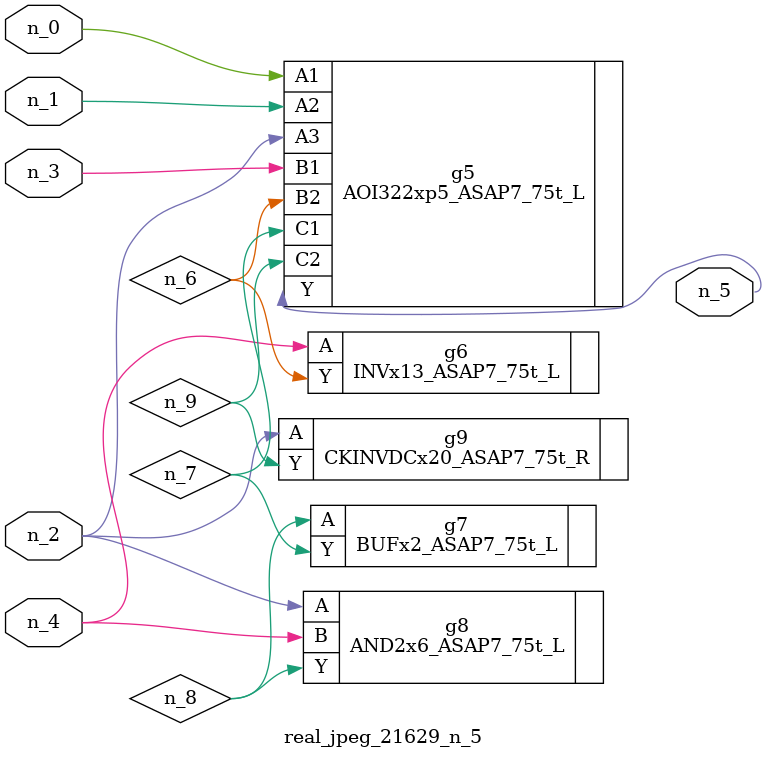
<source format=v>
module real_jpeg_21629_n_5 (n_4, n_0, n_1, n_2, n_3, n_5);

input n_4;
input n_0;
input n_1;
input n_2;
input n_3;

output n_5;

wire n_8;
wire n_6;
wire n_7;
wire n_9;

AOI322xp5_ASAP7_75t_L g5 ( 
.A1(n_0),
.A2(n_1),
.A3(n_2),
.B1(n_3),
.B2(n_6),
.C1(n_7),
.C2(n_9),
.Y(n_5)
);

AND2x6_ASAP7_75t_L g8 ( 
.A(n_2),
.B(n_4),
.Y(n_8)
);

CKINVDCx20_ASAP7_75t_R g9 ( 
.A(n_2),
.Y(n_9)
);

INVx13_ASAP7_75t_L g6 ( 
.A(n_4),
.Y(n_6)
);

BUFx2_ASAP7_75t_L g7 ( 
.A(n_8),
.Y(n_7)
);


endmodule
</source>
